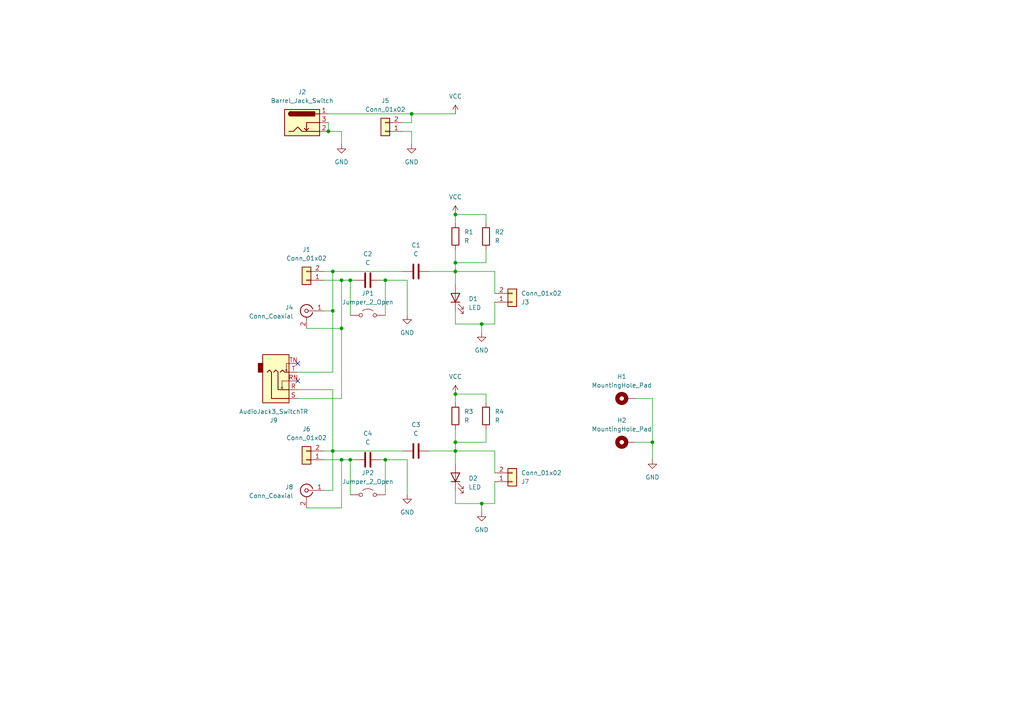
<source format=kicad_sch>
(kicad_sch (version 20231120) (generator "eeschema") (generator_version "8.0")
  (paper "A4")
  (lib_symbols
    (symbol "Connector:Barrel_Jack_Switch" (pin_names hide)
      (property "Reference" "J" (at 0 5.334 0))
      (property "Value" "Barrel_Jack_Switch" (at 0 -5.08 0))
      (symbol "Barrel_Jack_Switch_0_1"
        (rectangle (start -5.08 3.81) (end 5.08 -3.81) (stroke (width 0.254)) (fill (type background)))
        (arc (start -3.302 3.175) (mid -3.9343 2.54) (end -3.302 1.905) (stroke (width 0.254)))
        (arc (start -3.302 3.175) (mid -3.9343 2.54) (end -3.302 1.905) (stroke (width 0.254)) (fill (type outline)))
        (polyline (pts (xy 1.27 -2.286) (xy 1.905 -1.651)) (stroke (width 0.254)))
        (polyline (pts (xy 5.08 2.54) (xy 3.81 2.54)) (stroke (width 0.254)))
        (polyline (pts (xy 5.08 0) (xy 1.27 0) (xy 1.27 -2.286) (xy 0.635 -1.651)) (stroke (width 0.254)))
        (polyline (pts (xy -3.81 -2.54) (xy -2.54 -2.54) (xy -1.27 -1.27) (xy 0 -2.54) (xy 2.54 -2.54) (xy 5.08 -2.54)) (stroke (width 0.254)))
        (rectangle (start 3.683 3.175) (end -3.302 1.905) (stroke (width 0.254)) (fill (type outline)))
      )
      (symbol "Barrel_Jack_Switch_1_1"
        (pin passive line (at 7.62 2.54 180) (length 2.54) (name "~") (number "1"))
        (pin passive line (at 7.62 -2.54 180) (length 2.54) (name "~") (number "2"))
        (pin passive line (at 7.62 0 180) (length 2.54) (name "~") (number "3"))
      )
    )
    (symbol "Connector:Conn_Coaxial" (pin_names (offset 1.016) hide)
      (property "Reference" "J" (at 0.254 3.048 0))
      (property "Value" "Conn_Coaxial" (at 2.921 0 90))
      (symbol "Conn_Coaxial_0_1"
        (arc (start -1.778 -0.508) (mid 0.2311 -1.8066) (end 1.778 0) (stroke (width 0.254)))
        (polyline (pts (xy -2.54 0) (xy -0.508 0)))
        (polyline (pts (xy 0 -2.54) (xy 0 -1.778)))
        (circle (center 0 0) (radius 0.508) (stroke (width 0.2032)))
        (arc (start 1.778 0) (mid 0.2099 1.8101) (end -1.778 0.508) (stroke (width 0.254)))
      )
      (symbol "Conn_Coaxial_1_1"
        (pin passive line (at -5.08 0 0) (length 2.54) (name "In") (number "1"))
        (pin passive line (at 0 -5.08 90) (length 2.54) (name "Ext") (number "2"))
      )
    )
    (symbol "Connector_Audio:AudioJack3_SwitchTR"
      (property "Reference" "J" (at 0 8.89 0))
      (property "Value" "AudioJack3_SwitchTR" (at 0 6.35 0))
      (symbol "AudioJack3_SwitchTR_0_1"
        (rectangle (start -5.08 -5.08) (end -6.35 -7.62) (stroke (width 0.254)) (fill (type outline)))
        (polyline (pts (xy 0.508 -0.254) (xy 0.762 -0.762)))
        (polyline (pts (xy 1.778 -5.334) (xy 2.032 -5.842)))
        (polyline (pts (xy 0 -5.08) (xy 0.635 -5.715) (xy 1.27 -5.08) (xy 2.54 -5.08)) (stroke (width 0.254)))
        (polyline (pts (xy 2.54 -7.62) (xy 1.778 -7.62) (xy 1.778 -5.334) (xy 1.524 -5.842)))
        (polyline (pts (xy 2.54 -2.54) (xy 0.508 -2.54) (xy 0.508 -0.254) (xy 0.254 -0.762)))
        (polyline (pts (xy -1.905 -5.08) (xy -1.27 -5.715) (xy -0.635 -5.08) (xy -0.635 0) (xy 2.54 0)) (stroke (width 0.254)))
        (polyline (pts (xy 2.54 2.54) (xy -2.54 2.54) (xy -2.54 -5.08) (xy -3.175 -5.715) (xy -3.81 -5.08)) (stroke (width 0.254)))
        (rectangle (start 2.54 3.81) (end -5.08 -10.16) (stroke (width 0.254)) (fill (type background)))
      )
      (symbol "AudioJack3_SwitchTR_1_1"
        (pin passive line (at 5.08 0 180) (length 2.54) (name "~") (number "R"))
        (pin passive line (at 5.08 -2.54 180) (length 2.54) (name "~") (number "RN"))
        (pin passive line (at 5.08 2.54 180) (length 2.54) (name "~") (number "S"))
        (pin passive line (at 5.08 -5.08 180) (length 2.54) (name "~") (number "T"))
        (pin passive line (at 5.08 -7.62 180) (length 2.54) (name "~") (number "TN"))
      )
    )
    (symbol "Connector_Generic:Conn_01x02" (pin_names (offset 1.016) hide)
      (property "Reference" "J" (at 0 2.54 0))
      (property "Value" "Conn_01x02" (at 0 -5.08 0))
      (symbol "Conn_01x02_1_1"
        (rectangle (start -1.27 -2.413) (end 0 -2.667) (stroke (width 0.1524)))
        (rectangle (start -1.27 0.127) (end 0 -0.127) (stroke (width 0.1524)))
        (rectangle (start -1.27 1.27) (end 1.27 -3.81) (stroke (width 0.254)) (fill (type background)))
        (pin passive line (at -5.08 0 0) (length 3.81) (name "Pin_1") (number "1"))
        (pin passive line (at -5.08 -2.54 0) (length 3.81) (name "Pin_2") (number "2"))
      )
    )
    (symbol "Device:C" (pin_numbers hide) (pin_names (offset 0.254))
      (property "Reference" "C" (at 0.635 2.54 0))
      (property "Value" "C" (at 0.635 -2.54 0))
      (symbol "C_0_1"
        (polyline (pts (xy -2.032 -0.762) (xy 2.032 -0.762)) (stroke (width 0.508)))
        (polyline (pts (xy -2.032 0.762) (xy 2.032 0.762)) (stroke (width 0.508)))
      )
      (symbol "C_1_1"
        (pin passive line (at 0 3.81 270) (length 2.794) (name "~") (number "1"))
        (pin passive line (at 0 -3.81 90) (length 2.794) (name "~") (number "2"))
      )
    )
    (symbol "Device:LED" (pin_numbers hide) (pin_names (offset 1.016) hide)
      (property "Reference" "D" (at 0 2.54 0))
      (property "Value" "LED" (at 0 -2.54 0))
      (symbol "LED_0_1"
        (polyline (pts (xy -1.27 -1.27) (xy -1.27 1.27)) (stroke (width 0.254)))
        (polyline (pts (xy -1.27 0) (xy 1.27 0)))
        (polyline (pts (xy 1.27 -1.27) (xy 1.27 1.27) (xy -1.27 0) (xy 1.27 -1.27)) (stroke (width 0.254)))
        (polyline (pts (xy -3.048 -0.762) (xy -4.572 -2.286) (xy -3.81 -2.286) (xy -4.572 -2.286) (xy -4.572 -1.524)))
        (polyline (pts (xy -1.778 -0.762) (xy -3.302 -2.286) (xy -2.54 -2.286) (xy -3.302 -2.286) (xy -3.302 -1.524)))
      )
      (symbol "LED_1_1"
        (pin passive line (at -3.81 0 0) (length 2.54) (name "K") (number "1"))
        (pin passive line (at 3.81 0 180) (length 2.54) (name "A") (number "2"))
      )
    )
    (symbol "Device:R" (pin_numbers hide) (pin_names (offset 0))
      (property "Reference" "R" (at 2.032 0 90))
      (property "Value" "R" (at 0 0 90))
      (symbol "R_0_1"
        (rectangle (start -1.016 -2.54) (end 1.016 2.54) (stroke (width 0.254)))
      )
      (symbol "R_1_1"
        (pin passive line (at 0 3.81 270) (length 1.27) (name "~") (number "1"))
        (pin passive line (at 0 -3.81 90) (length 1.27) (name "~") (number "2"))
      )
    )
    (symbol "Jumper:Jumper_2_Open" (pin_numbers hide) (pin_names (offset 0) hide) (exclude_from_sim yes)
      (property "Reference" "JP" (at 0 2.794 0))
      (property "Value" "Jumper_2_Open" (at 0 -2.286 0))
      (symbol "Jumper_2_Open_0_0"
        (circle (center -2.032 0) (radius 0.508))
        (circle (center 2.032 0) (radius 0.508))
      )
      (symbol "Jumper_2_Open_0_1"
        (arc (start 1.524 1.27) (mid 0 1.778) (end -1.524 1.27))
      )
      (symbol "Jumper_2_Open_1_1"
        (pin passive line (at -5.08 0 0) (length 2.54) (name "A") (number "1"))
        (pin passive line (at 5.08 0 180) (length 2.54) (name "B") (number "2"))
      )
    )
    (symbol "Mechanical:MountingHole_Pad" (pin_numbers hide) (pin_names (offset 1.016) hide) (exclude_from_sim yes) (in_bom no)
      (property "Reference" "H" (at 0 6.35 0))
      (property "Value" "MountingHole_Pad" (at 0 4.445 0))
      (symbol "MountingHole_Pad_0_1"
        (circle (center 0 1.27) (radius 1.27) (stroke (width 1.27)))
      )
      (symbol "MountingHole_Pad_1_1"
        (pin input line (at 0 -2.54 90) (length 2.54) (name "1") (number "1"))
      )
    )
    (symbol "power:GND" (power) (pin_numbers hide) (pin_names (offset 0) hide)
      (property "Value" "GND" (at 0 -3.81 0))
      (symbol "GND_0_1"
        (polyline (pts (xy 0 0) (xy 0 -1.27) (xy 1.27 -1.27) (xy 0 -2.54) (xy -1.27 -1.27) (xy 0 -1.27)))
      )
      (symbol "GND_1_1"
        (pin power_in line (at 0 0 270) (length 0) (name "~") (number "1"))
      )
    )
    (symbol "power:VCC" (power) (pin_numbers hide) (pin_names (offset 0) hide)
      (property "Value" "VCC" (at 0 3.556 0))
      (symbol "VCC_0_1"
        (polyline (pts (xy -0.762 1.27) (xy 0 2.54)))
        (polyline (pts (xy 0 0) (xy 0 2.54)))
        (polyline (pts (xy 0 2.54) (xy 0.762 1.27)))
      )
      (symbol "VCC_1_1"
        (pin power_in line (at 0 0 90) (length 0) (name "~") (number "1"))
      )
    )
  )
  (junction (at 96.52 130.81))
  (junction (at 99.06 81.28))
  (junction (at 189.23 128.27))
  (junction (at 139.7 93.98))
  (junction (at 101.6 81.28))
  (junction (at 132.08 114.3))
  (junction (at 132.08 76.2))
  (junction (at 99.06 133.35))
  (junction (at 101.6 133.35))
  (junction (at 132.08 130.81))
  (junction (at 96.52 90.17))
  (junction (at 132.08 62.23))
  (junction (at 132.08 128.27))
  (junction (at 95.25 38.1))
  (junction (at 111.76 81.28))
  (junction (at 99.06 95.25))
  (junction (at 96.52 78.74))
  (junction (at 119.38 33.02))
  (junction (at 111.76 133.35))
  (junction (at 132.08 78.74))
  (junction (at 139.7 146.05))
  (no_connect (at 86.36 105.41))
  (no_connect (at 86.36 110.49))
  (wire (pts (xy 99.06 115.57) (xy 99.06 95.25)))
  (wire (pts (xy 132.08 33.02) (xy 119.38 33.02)))
  (wire (pts (xy 96.52 107.95) (xy 96.52 90.17)))
  (wire (pts (xy 102.87 81.28) (xy 101.6 81.28)))
  (wire (pts (xy 119.38 38.1) (xy 119.38 41.91)))
  (wire (pts (xy 143.51 139.7) (xy 143.51 146.05)))
  (wire (pts (xy 140.97 76.2) (xy 132.08 76.2)))
  (wire (pts (xy 116.84 78.74) (xy 96.52 78.74)))
  (wire (pts (xy 101.6 81.28) (xy 99.06 81.28)))
  (wire (pts (xy 132.08 146.05) (xy 139.7 146.05)))
  (wire (pts (xy 132.08 142.24) (xy 132.08 146.05)))
  (wire (pts (xy 96.52 113.03) (xy 96.52 130.81)))
  (wire (pts (xy 140.97 128.27) (xy 132.08 128.27)))
  (wire (pts (xy 132.08 82.55) (xy 132.08 78.74)))
  (wire (pts (xy 116.84 38.1) (xy 119.38 38.1)))
  (wire (pts (xy 132.08 130.81) (xy 143.51 130.81)))
  (wire (pts (xy 140.97 72.39) (xy 140.97 76.2)))
  (wire (pts (xy 88.9 147.32) (xy 99.06 147.32)))
  (wire (pts (xy 110.49 81.28) (xy 111.76 81.28)))
  (wire (pts (xy 111.76 81.28) (xy 118.11 81.28)))
  (wire (pts (xy 99.06 81.28) (xy 93.98 81.28)))
  (wire (pts (xy 101.6 81.28) (xy 101.6 91.44)))
  (wire (pts (xy 86.36 115.57) (xy 99.06 115.57)))
  (wire (pts (xy 101.6 133.35) (xy 99.06 133.35)))
  (wire (pts (xy 132.08 134.62) (xy 132.08 130.81)))
  (wire (pts (xy 143.51 87.63) (xy 143.51 93.98)))
  (wire (pts (xy 86.36 113.03) (xy 96.52 113.03)))
  (wire (pts (xy 132.08 90.17) (xy 132.08 93.98)))
  (wire (pts (xy 132.08 76.2) (xy 132.08 72.39)))
  (wire (pts (xy 132.08 78.74) (xy 143.51 78.74)))
  (wire (pts (xy 119.38 33.02) (xy 95.25 33.02)))
  (wire (pts (xy 116.84 130.81) (xy 96.52 130.81)))
  (wire (pts (xy 124.46 78.74) (xy 132.08 78.74)))
  (wire (pts (xy 132.08 93.98) (xy 139.7 93.98)))
  (wire (pts (xy 140.97 64.77) (xy 140.97 62.23)))
  (wire (pts (xy 111.76 133.35) (xy 111.76 143.51)))
  (wire (pts (xy 96.52 142.24) (xy 96.52 130.81)))
  (wire (pts (xy 184.15 115.57) (xy 189.23 115.57)))
  (wire (pts (xy 99.06 38.1) (xy 95.25 38.1)))
  (wire (pts (xy 110.49 133.35) (xy 111.76 133.35)))
  (wire (pts (xy 140.97 116.84) (xy 140.97 114.3)))
  (wire (pts (xy 132.08 78.74) (xy 132.08 76.2)))
  (wire (pts (xy 93.98 142.24) (xy 96.52 142.24)))
  (wire (pts (xy 86.36 107.95) (xy 96.52 107.95)))
  (wire (pts (xy 139.7 93.98) (xy 139.7 96.52)))
  (wire (pts (xy 96.52 78.74) (xy 93.98 78.74)))
  (wire (pts (xy 140.97 114.3) (xy 132.08 114.3)))
  (wire (pts (xy 189.23 115.57) (xy 189.23 128.27)))
  (wire (pts (xy 132.08 128.27) (xy 132.08 124.46)))
  (wire (pts (xy 96.52 90.17) (xy 96.52 78.74)))
  (wire (pts (xy 93.98 90.17) (xy 96.52 90.17)))
  (wire (pts (xy 101.6 133.35) (xy 101.6 143.51)))
  (wire (pts (xy 143.51 78.74) (xy 143.51 85.09)))
  (wire (pts (xy 184.15 128.27) (xy 189.23 128.27)))
  (wire (pts (xy 96.52 130.81) (xy 93.98 130.81)))
  (wire (pts (xy 111.76 81.28) (xy 111.76 91.44)))
  (wire (pts (xy 143.51 130.81) (xy 143.51 137.16)))
  (wire (pts (xy 102.87 133.35) (xy 101.6 133.35)))
  (wire (pts (xy 124.46 130.81) (xy 132.08 130.81)))
  (wire (pts (xy 99.06 133.35) (xy 93.98 133.35)))
  (wire (pts (xy 189.23 128.27) (xy 189.23 133.35)))
  (wire (pts (xy 132.08 116.84) (xy 132.08 114.3)))
  (wire (pts (xy 95.25 35.56) (xy 95.25 38.1)))
  (wire (pts (xy 143.51 93.98) (xy 139.7 93.98)))
  (wire (pts (xy 118.11 91.44) (xy 118.11 81.28)))
  (wire (pts (xy 139.7 146.05) (xy 139.7 148.59)))
  (wire (pts (xy 143.51 146.05) (xy 139.7 146.05)))
  (wire (pts (xy 111.76 133.35) (xy 118.11 133.35)))
  (wire (pts (xy 99.06 41.91) (xy 99.06 38.1)))
  (wire (pts (xy 132.08 130.81) (xy 132.08 128.27)))
  (wire (pts (xy 116.84 35.56) (xy 119.38 35.56)))
  (wire (pts (xy 118.11 143.51) (xy 118.11 133.35)))
  (wire (pts (xy 140.97 124.46) (xy 140.97 128.27)))
  (wire (pts (xy 132.08 64.77) (xy 132.08 62.23)))
  (wire (pts (xy 140.97 62.23) (xy 132.08 62.23)))
  (wire (pts (xy 88.9 95.25) (xy 99.06 95.25)))
  (wire (pts (xy 99.06 95.25) (xy 99.06 81.28)))
  (wire (pts (xy 99.06 147.32) (xy 99.06 133.35)))
  (wire (pts (xy 119.38 35.56) (xy 119.38 33.02)))
  (symbol (lib_id "power:GND") (at 139.7 148.59 0) (unit 1)
    (property "Reference" "#PWR09" (effects (hide yes)))
    (property "Value" "GND" (at 139.7 153.67 0))
    (property "Description" "Power symbol creates a global label with name \"GND\" , ground" (effects (hide yes)))
  )
  (symbol (lib_id "Connector_Generic:Conn_01x02") (at 148.59 139.7 0) (mirror x) (unit 1)
    (property "Reference" "J7" (at 151.13 139.7001 0) (effects (justify left)))
    (property "Value" "Conn_01x02" (at 151.13 137.1601 0) (effects (justify left)))
    (property "Footprint" "Connector_Phoenix_MC:PhoenixContact_MCV_1,5_2-G-3.81_1x02_P3.81mm_Vertical" (effects (hide yes)))
    (property "Description" "Generic connector, single row, 01x02, script generated (kicad-library-utils/schlib/autogen/connector/)" (effects (hide yes)))
  )
  (symbol (lib_id "Device:R") (at 132.08 68.58 0) (unit 1)
    (property "Reference" "R1" (at 134.62 67.3099 0) (effects (justify left)))
    (property "Value" "R" (at 134.62 69.8499 0) (effects (justify left)))
    (property "Footprint" "Resistor_THT:R_Axial_Power_L25.0mm_W9.0mm_P30.48mm" (effects (hide yes)))
    (property "Description" "Resistor" (effects (hide yes)))
  )
  (symbol (lib_id "Jumper:Jumper_2_Open") (at 106.68 91.44 0) (unit 1) (exclude_from_sim yes)
    (property "Reference" "JP1" (at 106.68 85.09 0))
    (property "Value" "Jumper_2_Open" (at 106.68 87.63 0))
    (property "Footprint" "Jumper:SolderJumper-2_P1.3mm_Open_RoundedPad1.0x1.5mm" (effects (hide yes)))
    (property "Description" "Jumper, 2-pole, open" (effects (hide yes)))
  )
  (symbol (lib_id "Device:R") (at 140.97 68.58 0) (unit 1)
    (property "Reference" "R2" (at 143.51 67.3099 0) (effects (justify left)))
    (property "Value" "R" (at 143.51 69.8499 0) (effects (justify left)))
    (property "Footprint" "Resistor_THT:R_Axial_DIN0309_L9.0mm_D3.2mm_P12.70mm_Horizontal" (effects (hide yes)))
    (property "Description" "Resistor" (effects (hide yes)))
  )
  (symbol (lib_id "Device:R") (at 132.08 120.65 0) (unit 1)
    (property "Reference" "R3" (at 134.62 119.3799 0) (effects (justify left)))
    (property "Value" "R" (at 134.62 121.9199 0) (effects (justify left)))
    (property "Footprint" "Resistor_THT:R_Axial_Power_L25.0mm_W9.0mm_P30.48mm" (effects (hide yes)))
    (property "Description" "Resistor" (effects (hide yes)))
  )
  (symbol (lib_id "power:VCC") (at 132.08 114.3 0) (unit 1)
    (property "Reference" "#PWR07" (effects (hide yes)))
    (property "Value" "VCC" (at 132.08 109.22 0))
    (property "Description" "Power symbol creates a global label with name \"VCC\"" (effects (hide yes)))
  )
  (symbol (lib_id "power:GND") (at 118.11 91.44 0) (unit 1)
    (property "Reference" "#PWR01" (effects (hide yes)))
    (property "Value" "GND" (at 118.11 96.52 0))
    (property "Description" "Power symbol creates a global label with name \"GND\" , ground" (effects (hide yes)))
  )
  (symbol (lib_id "power:GND") (at 119.38 41.91 0) (unit 1)
    (property "Reference" "#PWR04" (effects (hide yes)))
    (property "Value" "GND" (at 119.38 46.99 0))
    (property "Description" "Power symbol creates a global label with name \"GND\" , ground" (effects (hide yes)))
  )
  (symbol (lib_id "Mechanical:MountingHole_Pad") (at 181.61 115.57 90) (unit 1) (exclude_from_sim yes) (in_bom no)
    (property "Reference" "H1" (at 180.34 109.22 90))
    (property "Value" "MountingHole_Pad" (at 180.34 111.76 90))
    (property "Footprint" "MountingHole:MountingHole_3.2mm_M3_DIN965_Pad" (effects (hide yes)))
    (property "Description" "Mounting Hole with connection" (effects (hide yes)))
  )
  (symbol (lib_id "Device:C") (at 120.65 78.74 90) (unit 1)
    (property "Reference" "C1" (at 120.65 71.12 90))
    (property "Value" "C" (at 120.65 73.66 90))
    (property "Footprint" "Capacitor_SMD:C_1210_3225Metric_Pad1.33x2.70mm_HandSolder" (effects (hide yes)))
    (property "Description" "Unpolarized capacitor" (effects (hide yes)))
  )
  (symbol (lib_id "power:GND") (at 118.11 143.51 0) (unit 1)
    (property "Reference" "#PWR08" (effects (hide yes)))
    (property "Value" "GND" (at 118.11 148.59 0))
    (property "Description" "Power symbol creates a global label with name \"GND\" , ground" (effects (hide yes)))
  )
  (symbol (lib_id "power:VCC") (at 132.08 62.23 0) (unit 1)
    (property "Reference" "#PWR06" (effects (hide yes)))
    (property "Value" "VCC" (at 132.08 57.15 0))
    (property "Description" "Power symbol creates a global label with name \"VCC\"" (effects (hide yes)))
  )
  (symbol (lib_id "Mechanical:MountingHole_Pad") (at 181.61 128.27 90) (unit 1) (exclude_from_sim yes) (in_bom no)
    (property "Reference" "H2" (at 180.34 121.92 90))
    (property "Value" "MountingHole_Pad" (at 180.34 124.46 90))
    (property "Footprint" "MountingHole:MountingHole_3.2mm_M3_DIN965_Pad" (effects (hide yes)))
    (property "Description" "Mounting Hole with connection" (effects (hide yes)))
  )
  (symbol (lib_id "power:GND") (at 189.23 133.35 0) (unit 1)
    (property "Reference" "#PWR010" (effects (hide yes)))
    (property "Value" "GND" (at 189.23 138.43 0))
    (property "Description" "Power symbol creates a global label with name \"GND\" , ground" (effects (hide yes)))
  )
  (symbol (lib_id "Connector_Generic:Conn_01x02") (at 148.59 87.63 0) (mirror x) (unit 1)
    (property "Reference" "J3" (at 151.13 87.6301 0) (effects (justify left)))
    (property "Value" "Conn_01x02" (at 151.13 85.0901 0) (effects (justify left)))
    (property "Footprint" "Connector_Phoenix_MC:PhoenixContact_MCV_1,5_2-G-3.81_1x02_P3.81mm_Vertical" (effects (hide yes)))
    (property "Description" "Generic connector, single row, 01x02, script generated (kicad-library-utils/schlib/autogen/connector/)" (effects (hide yes)))
  )
  (symbol (lib_id "Device:LED") (at 132.08 86.36 90) (unit 1)
    (property "Reference" "D1" (at 135.89 86.6774 90) (effects (justify right)))
    (property "Value" "LED" (at 135.89 89.2174 90) (effects (justify right)))
    (property "Footprint" "LED_THT:LED_D5.0mm_Horizontal_O1.27mm_Z9.0mm" (effects (hide yes)))
    (property "Description" "Light emitting diode" (effects (hide yes)))
  )
  (symbol (lib_id "Connector:Barrel_Jack_Switch") (at 87.63 35.56 0) (unit 1)
    (property "Reference" "J2" (at 87.63 26.67 0))
    (property "Value" "Barrel_Jack_Switch" (at 87.63 29.21 0))
    (property "Footprint" "Connector_BarrelJack:BarrelJack_Horizontal" (effects (hide yes)))
    (property "Description" "DC Barrel Jack with an internal switch" (effects (hide yes)))
  )
  (symbol (lib_id "Device:R") (at 140.97 120.65 0) (unit 1)
    (property "Reference" "R4" (at 143.51 119.3799 0) (effects (justify left)))
    (property "Value" "R" (at 143.51 121.9199 0) (effects (justify left)))
    (property "Footprint" "Resistor_THT:R_Axial_DIN0309_L9.0mm_D3.2mm_P12.70mm_Horizontal" (effects (hide yes)))
    (property "Description" "Resistor" (effects (hide yes)))
  )
  (symbol (lib_id "power:GND") (at 139.7 96.52 0) (unit 1)
    (property "Reference" "#PWR02" (effects (hide yes)))
    (property "Value" "GND" (at 139.7 101.6 0))
    (property "Description" "Power symbol creates a global label with name \"GND\" , ground" (effects (hide yes)))
  )
  (symbol (lib_id "Jumper:Jumper_2_Open") (at 106.68 143.51 0) (unit 1) (exclude_from_sim yes)
    (property "Reference" "JP2" (at 106.68 137.16 0))
    (property "Value" "Jumper_2_Open" (at 106.68 139.7 0))
    (property "Footprint" "Jumper:SolderJumper-2_P1.3mm_Open_RoundedPad1.0x1.5mm" (effects (hide yes)))
    (property "Description" "Jumper, 2-pole, open" (effects (hide yes)))
  )
  (symbol (lib_id "Connector:Conn_Coaxial") (at 88.9 90.17 0) (mirror y) (unit 1)
    (property "Reference" "J4" (at 85.09 89.1931 0) (effects (justify left)))
    (property "Value" "Conn_Coaxial" (at 85.09 91.7331 0) (effects (justify left)))
    (property "Footprint" "Local_Library:MJ-523" (effects (hide yes)))
    (property "Datasheet" " ~" (effects (hide yes)))
    (property "Description" "coaxial connector (BNC, SMA, SMB, SMC, Cinch/RCA, LEMO, ...)" (effects (hide yes)))
  )
  (symbol (lib_id "Connector_Generic:Conn_01x02") (at 88.9 81.28 180) (unit 1)
    (property "Reference" "J1" (at 88.9 72.39 0))
    (property "Value" "Conn_01x02" (at 88.9 74.93 0))
    (property "Footprint" "Connector_Phoenix_MC:PhoenixContact_MCV_1,5_2-G-3.81_1x02_P3.81mm_Vertical" (effects (hide yes)))
    (property "Description" "Generic connector, single row, 01x02, script generated (kicad-library-utils/schlib/autogen/connector/)" (effects (hide yes)))
  )
  (symbol (lib_id "Device:LED") (at 132.08 138.43 90) (unit 1)
    (property "Reference" "D2" (at 135.89 138.7474 90) (effects (justify right)))
    (property "Value" "LED" (at 135.89 141.2874 90) (effects (justify right)))
    (property "Footprint" "LED_THT:LED_D5.0mm_Horizontal_O1.27mm_Z9.0mm" (effects (hide yes)))
    (property "Description" "Light emitting diode" (effects (hide yes)))
  )
  (symbol (lib_id "Connector_Generic:Conn_01x02") (at 111.76 38.1 180) (unit 1)
    (property "Reference" "J5" (at 111.76 29.21 0))
    (property "Value" "Conn_01x02" (at 111.76 31.75 0))
    (property "Footprint" "Connector_Phoenix_MC:PhoenixContact_MCV_1,5_2-G-3.81_1x02_P3.81mm_Vertical" (effects (hide yes)))
    (property "Description" "Generic connector, single row, 01x02, script generated (kicad-library-utils/schlib/autogen/connector/)" (effects (hide yes)))
  )
  (symbol (lib_id "power:VCC") (at 132.08 33.02 0) (unit 1)
    (property "Reference" "#PWR05" (effects (hide yes)))
    (property "Value" "VCC" (at 132.08 27.94 0))
    (property "Description" "Power symbol creates a global label with name \"VCC\"" (effects (hide yes)))
  )
  (symbol (lib_id "Device:C") (at 106.68 133.35 90) (unit 1)
    (property "Reference" "C4" (at 106.68 125.73 90))
    (property "Value" "C" (at 106.68 128.27 90))
    (property "Footprint" "Capacitor_SMD:C_1210_3225Metric_Pad1.33x2.70mm_HandSolder" (effects (hide yes)))
    (property "Description" "Unpolarized capacitor" (effects (hide yes)))
  )
  (symbol (lib_id "Device:C") (at 106.68 81.28 90) (unit 1)
    (property "Reference" "C2" (at 106.68 73.66 90))
    (property "Value" "C" (at 106.68 76.2 90))
    (property "Footprint" "Capacitor_SMD:C_1210_3225Metric_Pad1.33x2.70mm_HandSolder" (effects (hide yes)))
    (property "Description" "Unpolarized capacitor" (effects (hide yes)))
  )
  (symbol (lib_id "Connector_Audio:AudioJack3_SwitchTR") (at 81.28 113.03 0) (mirror x) (unit 1)
    (property "Reference" "J9" (at 79.375 121.92 0))
    (property "Value" "AudioJack3_SwitchTR" (at 79.375 119.38 0))
    (property "Footprint" "Local_Library:MJ-495A" (effects (hide yes)))
    (property "Description" "Audio Jack, 3 Poles (Stereo / TRS), Switched TR Poles (Normalling)" (effects (hide yes)))
  )
  (symbol (lib_id "Connector:Conn_Coaxial") (at 88.9 142.24 0) (mirror y) (unit 1)
    (property "Reference" "J8" (at 85.09 141.2631 0) (effects (justify left)))
    (property "Value" "Conn_Coaxial" (at 85.09 143.8031 0) (effects (justify left)))
    (property "Footprint" "Local_Library:MJ-523" (effects (hide yes)))
    (property "Datasheet" " ~" (effects (hide yes)))
    (property "Description" "coaxial connector (BNC, SMA, SMB, SMC, Cinch/RCA, LEMO, ...)" (effects (hide yes)))
  )
  (symbol (lib_id "Device:C") (at 120.65 130.81 90) (unit 1)
    (property "Reference" "C3" (at 120.65 123.19 90))
    (property "Value" "C" (at 120.65 125.73 90))
    (property "Footprint" "Capacitor_SMD:C_1210_3225Metric_Pad1.33x2.70mm_HandSolder" (effects (hide yes)))
    (property "Description" "Unpolarized capacitor" (effects (hide yes)))
  )
  (symbol (lib_id "power:GND") (at 99.06 41.91 0) (unit 1)
    (property "Reference" "#PWR03" (effects (hide yes)))
    (property "Value" "GND" (at 99.06 46.99 0))
    (property "Description" "Power symbol creates a global label with name \"GND\" , ground" (effects (hide yes)))
  )
  (symbol (lib_id "Connector_Generic:Conn_01x02") (at 88.9 133.35 180) (unit 1)
    (property "Reference" "J6" (at 88.9 124.46 0))
    (property "Value" "Conn_01x02" (at 88.9 127 0))
    (property "Footprint" "Connector_Phoenix_MC:PhoenixContact_MCV_1,5_2-G-3.81_1x02_P3.81mm_Vertical" (effects (hide yes)))
    (property "Description" "Generic connector, single row, 01x02, script generated (kicad-library-utils/schlib/autogen/connector/)" (effects (hide yes)))
  )
)
</source>
